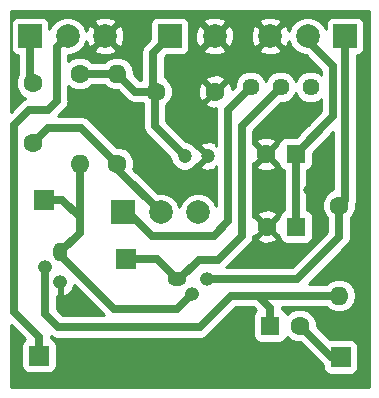
<source format=gbr>
G04 #@! TF.GenerationSoftware,KiCad,Pcbnew,5.0.2+dfsg1-1~bpo9+1*
G04 #@! TF.CreationDate,2020-10-14T23:05:51+08:00*
G04 #@! TF.ProjectId,BC108 NPN Fuzz Face,42433130-3820-44e5-904e-2046757a7a20,rev?*
G04 #@! TF.SameCoordinates,Original*
G04 #@! TF.FileFunction,Copper,L1,Top*
G04 #@! TF.FilePolarity,Positive*
%FSLAX46Y46*%
G04 Gerber Fmt 4.6, Leading zero omitted, Abs format (unit mm)*
G04 Created by KiCad (PCBNEW 5.0.2+dfsg1-1~bpo9+1) date Wednesday, 14 October, 2020 11:05:51 PM PST*
%MOMM*%
%LPD*%
G01*
G04 APERTURE LIST*
G04 #@! TA.AperFunction,ComponentPad*
%ADD10C,1.998980*%
G04 #@! TD*
G04 #@! TA.AperFunction,ComponentPad*
%ADD11R,1.998980X1.998980*%
G04 #@! TD*
G04 #@! TA.AperFunction,ComponentPad*
%ADD12R,1.600000X1.600000*%
G04 #@! TD*
G04 #@! TA.AperFunction,ComponentPad*
%ADD13C,1.600000*%
G04 #@! TD*
G04 #@! TA.AperFunction,ComponentPad*
%ADD14C,1.200000*%
G04 #@! TD*
G04 #@! TA.AperFunction,ComponentPad*
%ADD15O,1.200000X1.600000*%
G04 #@! TD*
G04 #@! TA.AperFunction,ComponentPad*
%ADD16O,1.200000X1.200000*%
G04 #@! TD*
G04 #@! TA.AperFunction,ComponentPad*
%ADD17O,1.600000X1.200000*%
G04 #@! TD*
G04 #@! TA.AperFunction,ComponentPad*
%ADD18O,1.600000X1.600000*%
G04 #@! TD*
G04 #@! TA.AperFunction,ComponentPad*
%ADD19C,1.440000*%
G04 #@! TD*
G04 #@! TA.AperFunction,ComponentPad*
%ADD20R,1.700000X1.700000*%
G04 #@! TD*
G04 #@! TA.AperFunction,ViaPad*
%ADD21C,0.800000*%
G04 #@! TD*
G04 #@! TA.AperFunction,Conductor*
%ADD22C,0.700000*%
G04 #@! TD*
G04 #@! TA.AperFunction,Conductor*
%ADD23C,0.254000*%
G04 #@! TD*
G04 APERTURE END LIST*
D10*
G04 #@! TO.P,Bias,3*
G04 #@! TO.N,N/C*
X135128000Y-64706500D03*
G04 #@! TO.P,Bias,2*
G04 #@! TO.N,Net-(Bias1-Pad2)*
X131953000Y-64706500D03*
D11*
G04 #@! TO.P,Bias,1*
G04 #@! TO.N,Net-(Bias1-Pad1)*
X128778000Y-64706500D03*
G04 #@! TD*
D12*
G04 #@! TO.P,C1,1*
G04 #@! TO.N,Net-(C1-Pad1)*
X143383000Y-59753500D03*
D13*
G04 #@! TO.P,C1,2*
G04 #@! TO.N,Earth*
X140883000Y-59753500D03*
G04 #@! TD*
G04 #@! TO.P,C2,1*
G04 #@! TO.N,Net-(Bias1-Pad2)*
X121158000Y-58801000D03*
G04 #@! TO.P,C2,2*
G04 #@! TO.N,Net-(C2-Pad2)*
X121158000Y-53801000D03*
G04 #@! TD*
D14*
G04 #@! TO.P,C3,1*
G04 #@! TO.N,+9V*
X133985000Y-59944000D03*
G04 #@! TO.P,C3,2*
G04 #@! TO.N,Earth*
X135985000Y-59944000D03*
G04 #@! TD*
D13*
G04 #@! TO.P,C4,1*
G04 #@! TO.N,+9V*
X131572000Y-54483000D03*
G04 #@! TO.P,C4,2*
G04 #@! TO.N,Earth*
X136572000Y-54483000D03*
G04 #@! TD*
G04 #@! TO.P,C5,2*
G04 #@! TO.N,Net-(C5-Pad2)*
X143724000Y-74295000D03*
D12*
G04 #@! TO.P,C5,1*
G04 #@! TO.N,Net-(C5-Pad1)*
X141224000Y-74295000D03*
G04 #@! TD*
D11*
G04 #@! TO.P,Gain,1*
G04 #@! TO.N,Net-(Gain1-Pad1)*
X147574000Y-49784000D03*
D10*
G04 #@! TO.P,Gain,2*
G04 #@! TO.N,Net-(C1-Pad1)*
X144399000Y-49784000D03*
G04 #@! TO.P,Gain,3*
G04 #@! TO.N,Earth*
X141224000Y-49784000D03*
G04 #@! TD*
D11*
G04 #@! TO.P,+9V,1*
G04 #@! TO.N,+9V*
X132715000Y-49784000D03*
D10*
G04 #@! TO.P,+9V,2*
G04 #@! TO.N,Earth*
X136525000Y-49784000D03*
G04 #@! TD*
D15*
G04 #@! TO.P,Q1,1*
G04 #@! TO.N,Net-(Q1-Pad1)*
X123444000Y-68072000D03*
D16*
G04 #@! TO.P,Q1,2*
G04 #@! TO.N,Net-(C5-Pad1)*
X122174000Y-69342000D03*
G04 #@! TO.P,Q1,3*
G04 #@! TO.N,Earth*
X123444000Y-70612000D03*
G04 #@! TD*
G04 #@! TO.P,Q2,3*
G04 #@! TO.N,Net-(Gain1-Pad1)*
X135890000Y-70358000D03*
G04 #@! TO.P,Q2,2*
G04 #@! TO.N,Net-(Q1-Pad1)*
X134620000Y-71628000D03*
D17*
G04 #@! TO.P,Q2,1*
G04 #@! TO.N,Net-(Q2-Pad1)*
X133350000Y-70358000D03*
G04 #@! TD*
D18*
G04 #@! TO.P,R1,2*
G04 #@! TO.N,Net-(Q1-Pad1)*
X125095000Y-60579000D03*
D13*
G04 #@! TO.P,R1,1*
G04 #@! TO.N,+9V*
X125095000Y-52959000D03*
G04 #@! TD*
G04 #@! TO.P,R2,1*
G04 #@! TO.N,Net-(Gain1-Pad1)*
X147066000Y-64135000D03*
D18*
G04 #@! TO.P,R2,2*
G04 #@! TO.N,Net-(C5-Pad1)*
X147066000Y-71755000D03*
G04 #@! TD*
D13*
G04 #@! TO.P,R3,1*
G04 #@! TO.N,Net-(Bias1-Pad2)*
X128270000Y-60579000D03*
D18*
G04 #@! TO.P,R3,2*
G04 #@! TO.N,+9V*
X128270000Y-52959000D03*
G04 #@! TD*
D19*
G04 #@! TO.P,R4,1*
G04 #@! TO.N,Net-(Bias1-Pad1)*
X139573000Y-54102000D03*
G04 #@! TO.P,R4,2*
G04 #@! TO.N,Net-(Q2-Pad1)*
X142113000Y-54102000D03*
G04 #@! TO.P,R4,3*
G04 #@! TO.N,N/C*
X144653000Y-54102000D03*
G04 #@! TD*
D11*
G04 #@! TO.P,Volume,1*
G04 #@! TO.N,Net-(C2-Pad2)*
X120904000Y-49784000D03*
D10*
G04 #@! TO.P,Volume,2*
G04 #@! TO.N,Net-(Volume1-Pad2)*
X124079000Y-49784000D03*
G04 #@! TO.P,Volume,3*
G04 #@! TO.N,Earth*
X127254000Y-49784000D03*
G04 #@! TD*
D20*
G04 #@! TO.P,In,1*
G04 #@! TO.N,Net-(C5-Pad2)*
X147193000Y-76962000D03*
G04 #@! TD*
G04 #@! TO.P,Out,1*
G04 #@! TO.N,Net-(Volume1-Pad2)*
X121666000Y-76835000D03*
G04 #@! TD*
G04 #@! TO.P,W3,1*
G04 #@! TO.N,Net-(Q2-Pad1)*
X129032000Y-68643500D03*
G04 #@! TD*
G04 #@! TO.P,W4,1*
G04 #@! TO.N,Net-(Q1-Pad1)*
X122047000Y-63627000D03*
G04 #@! TD*
D12*
G04 #@! TO.P,C6,1*
G04 #@! TO.N,Net-(C1-Pad1)*
X143446500Y-65913000D03*
D13*
G04 #@! TO.P,C6,2*
G04 #@! TO.N,Earth*
X140946500Y-65913000D03*
G04 #@! TD*
D21*
G04 #@! TO.N,Earth*
X144335500Y-78740000D03*
X143192500Y-78740000D03*
X141986000Y-78740000D03*
X137922000Y-74295000D03*
X138684000Y-73406000D03*
X138811000Y-48641000D03*
X138811000Y-49784000D03*
X138811000Y-50927000D03*
X129286000Y-48768000D03*
X129286000Y-49911000D03*
X129286000Y-51054000D03*
X135382000Y-56642000D03*
X134239000Y-56642000D03*
X149098000Y-56134000D03*
X149098000Y-57404000D03*
X149098000Y-58674000D03*
X149098000Y-59944000D03*
X149098000Y-54864000D03*
X147574000Y-74422000D03*
X125984000Y-72961500D03*
X124968000Y-72961500D03*
X131508500Y-59817000D03*
X124968000Y-78930500D03*
X126238000Y-78930500D03*
X127444500Y-78930500D03*
X128651000Y-78930500D03*
X140462000Y-62801500D03*
X140779500Y-68897500D03*
X144462500Y-62801500D03*
X144335500Y-57150000D03*
X131508500Y-60896500D03*
G04 #@! TD*
D22*
G04 #@! TO.N,Net-(Bias1-Pad2)*
X128270000Y-61023500D02*
X131953000Y-64706500D01*
X128270000Y-60579000D02*
X128270000Y-61023500D01*
X125222000Y-57531000D02*
X128270000Y-60579000D01*
X122428000Y-57531000D02*
X125222000Y-57531000D01*
X121158000Y-58801000D02*
X122428000Y-57531000D01*
G04 #@! TO.N,Net-(C1-Pad1)*
X146558000Y-56578500D02*
X143383000Y-59753500D01*
X146558000Y-52324000D02*
X146558000Y-56578500D01*
X144399000Y-50165000D02*
X146558000Y-52324000D01*
X144399000Y-49784000D02*
X144399000Y-50165000D01*
X143383000Y-65849500D02*
X143446500Y-65913000D01*
X143383000Y-59753500D02*
X143383000Y-65849500D01*
G04 #@! TO.N,Net-(C2-Pad2)*
X120904000Y-53547000D02*
X121158000Y-53801000D01*
X120904000Y-49784000D02*
X120904000Y-53547000D01*
G04 #@! TO.N,+9V*
X125095000Y-52959000D02*
X128270000Y-52959000D01*
X129794000Y-54483000D02*
X128270000Y-52959000D01*
X131826000Y-54483000D02*
X129794000Y-54483000D01*
X131445000Y-57404000D02*
X133985000Y-59944000D01*
X131445000Y-54864000D02*
X131445000Y-57404000D01*
X131826000Y-54483000D02*
X131445000Y-54864000D01*
X131318000Y-51181000D02*
X132715000Y-49784000D01*
X131318000Y-53975000D02*
X131318000Y-51181000D01*
X131826000Y-54483000D02*
X131318000Y-53975000D01*
G04 #@! TO.N,Net-(C5-Pad2)*
X147193000Y-76922000D02*
X147193000Y-76962000D01*
X146391000Y-76962000D02*
X143724000Y-74295000D01*
X147193000Y-76962000D02*
X146391000Y-76962000D01*
G04 #@! TO.N,Net-(C5-Pad1)*
X122174000Y-73342500D02*
X123253500Y-74422000D01*
X122174000Y-69342000D02*
X122174000Y-73342500D01*
X145934630Y-71755000D02*
X147066000Y-71755000D01*
X135255000Y-74422000D02*
X137922000Y-71755000D01*
X123253500Y-74422000D02*
X135255000Y-74422000D01*
X140184000Y-71755000D02*
X139636500Y-71755000D01*
X141224000Y-72795000D02*
X140184000Y-71755000D01*
X141224000Y-74295000D02*
X141224000Y-72795000D01*
X137922000Y-71755000D02*
X139636500Y-71755000D01*
X139636500Y-71755000D02*
X145934630Y-71755000D01*
G04 #@! TO.N,Net-(Gain1-Pad1)*
X147574000Y-63627000D02*
X147066000Y-64135000D01*
X147574000Y-49784000D02*
X147574000Y-63627000D01*
X147066000Y-66802000D02*
X147066000Y-64135000D01*
X143510000Y-70358000D02*
X147066000Y-66802000D01*
X135890000Y-70358000D02*
X143510000Y-70358000D01*
G04 #@! TO.N,Net-(Q1-Pad1)*
X125095000Y-66421000D02*
X123444000Y-68072000D01*
X125095000Y-60579000D02*
X125095000Y-66421000D01*
X125095000Y-65125000D02*
X125095000Y-66421000D01*
X123597000Y-63627000D02*
X125095000Y-65125000D01*
X122047000Y-63627000D02*
X123597000Y-63627000D01*
X128016000Y-72898000D02*
X133350000Y-72898000D01*
X133350000Y-72898000D02*
X134620000Y-71628000D01*
X123444000Y-68326000D02*
X128016000Y-72898000D01*
X123444000Y-68072000D02*
X123444000Y-68326000D01*
G04 #@! TO.N,Net-(Q2-Pad1)*
X131635500Y-68643500D02*
X133350000Y-70358000D01*
X129032000Y-68643500D02*
X131635500Y-68643500D01*
X138811000Y-57404000D02*
X142113000Y-54102000D01*
X133350000Y-70358000D02*
X133550000Y-70358000D01*
X133550000Y-70358000D02*
X135201000Y-68707000D01*
X136779000Y-68707000D02*
X138811000Y-66675000D01*
X138811000Y-66675000D02*
X138811000Y-57404000D01*
X135201000Y-68707000D02*
X136779000Y-68707000D01*
G04 #@! TO.N,Net-(Volume1-Pad2)*
X119507000Y-57340500D02*
X119507000Y-73126000D01*
X120840500Y-56007000D02*
X119507000Y-57340500D01*
X122428000Y-56007000D02*
X120840500Y-56007000D01*
X119507000Y-73126000D02*
X121666000Y-75285000D01*
X124079000Y-49784000D02*
X123165564Y-50697436D01*
X123165564Y-50697436D02*
X123165564Y-55269436D01*
X121666000Y-75285000D02*
X121666000Y-76835000D01*
X123165564Y-55269436D02*
X122428000Y-56007000D01*
G04 #@! TO.N,Net-(Bias1-Pad1)*
X137668000Y-56007000D02*
X139573000Y-54102000D01*
X137668000Y-65468500D02*
X137668000Y-56007000D01*
X128778000Y-64706500D02*
X129222500Y-64706500D01*
X129222500Y-64706500D02*
X131191000Y-66675000D01*
X131191000Y-66675000D02*
X136461500Y-66675000D01*
X136461500Y-66675000D02*
X137668000Y-65468500D01*
G04 #@! TD*
D23*
G04 #@! TO.N,Earth*
G36*
X149606000Y-79502000D02*
X119253000Y-79502000D01*
X119253000Y-74265000D01*
X120452305Y-75464305D01*
X120358191Y-75527191D01*
X120217843Y-75737235D01*
X120168560Y-75985000D01*
X120168560Y-77685000D01*
X120217843Y-77932765D01*
X120358191Y-78142809D01*
X120568235Y-78283157D01*
X120816000Y-78332440D01*
X122516000Y-78332440D01*
X122763765Y-78283157D01*
X122973809Y-78142809D01*
X123114157Y-77932765D01*
X123163440Y-77685000D01*
X123163440Y-75985000D01*
X123114157Y-75737235D01*
X122973809Y-75527191D01*
X122763765Y-75386843D01*
X122654367Y-75365083D01*
X122670296Y-75284999D01*
X122654689Y-75206537D01*
X122869172Y-75349849D01*
X123253500Y-75426297D01*
X123350512Y-75407000D01*
X135157992Y-75407000D01*
X135255000Y-75426296D01*
X135352008Y-75407000D01*
X135352012Y-75407000D01*
X135639328Y-75349849D01*
X135965145Y-75132145D01*
X136020098Y-75049902D01*
X138330001Y-72740000D01*
X139776000Y-72740000D01*
X140030333Y-72994333D01*
X139966191Y-73037191D01*
X139825843Y-73247235D01*
X139776560Y-73495000D01*
X139776560Y-75095000D01*
X139825843Y-75342765D01*
X139966191Y-75552809D01*
X140176235Y-75693157D01*
X140424000Y-75742440D01*
X142024000Y-75742440D01*
X142271765Y-75693157D01*
X142481809Y-75552809D01*
X142622157Y-75342765D01*
X142642101Y-75242497D01*
X142911138Y-75511534D01*
X143438561Y-75730000D01*
X143766000Y-75730000D01*
X145625904Y-77589905D01*
X145680855Y-77672145D01*
X145695560Y-77681971D01*
X145695560Y-77812000D01*
X145744843Y-78059765D01*
X145885191Y-78269809D01*
X146095235Y-78410157D01*
X146343000Y-78459440D01*
X148043000Y-78459440D01*
X148290765Y-78410157D01*
X148500809Y-78269809D01*
X148641157Y-78059765D01*
X148690440Y-77812000D01*
X148690440Y-76112000D01*
X148641157Y-75864235D01*
X148500809Y-75654191D01*
X148290765Y-75513843D01*
X148043000Y-75464560D01*
X146343000Y-75464560D01*
X146295924Y-75473924D01*
X145159000Y-74337000D01*
X145159000Y-74009561D01*
X144940534Y-73482138D01*
X144536862Y-73078466D01*
X144009439Y-72860000D01*
X143438561Y-72860000D01*
X142911138Y-73078466D01*
X142642101Y-73347503D01*
X142622157Y-73247235D01*
X142481809Y-73037191D01*
X142271765Y-72896843D01*
X142210464Y-72884650D01*
X142228296Y-72794999D01*
X142217356Y-72740000D01*
X145998297Y-72740000D01*
X146031423Y-72789577D01*
X146506091Y-73106740D01*
X146924667Y-73190000D01*
X147207333Y-73190000D01*
X147625909Y-73106740D01*
X148100577Y-72789577D01*
X148417740Y-72314909D01*
X148529113Y-71755000D01*
X148417740Y-71195091D01*
X148100577Y-70720423D01*
X147625909Y-70403260D01*
X147207333Y-70320000D01*
X146924667Y-70320000D01*
X146506091Y-70403260D01*
X146031423Y-70720423D01*
X145998297Y-70770000D01*
X144491000Y-70770000D01*
X147693902Y-67567098D01*
X147776145Y-67512145D01*
X147993849Y-67186328D01*
X148051000Y-66899012D01*
X148051000Y-66899008D01*
X148070296Y-66802001D01*
X148051000Y-66704994D01*
X148051000Y-65179396D01*
X148282534Y-64947862D01*
X148501000Y-64420439D01*
X148501000Y-64012599D01*
X148501849Y-64011328D01*
X148559000Y-63724012D01*
X148559000Y-63724008D01*
X148578296Y-63627001D01*
X148559000Y-63529994D01*
X148559000Y-51430930D01*
X148573490Y-51430930D01*
X148821255Y-51381647D01*
X149031299Y-51241299D01*
X149171647Y-51031255D01*
X149220930Y-50783490D01*
X149220930Y-48784510D01*
X149171647Y-48536745D01*
X149031299Y-48326701D01*
X148821255Y-48186353D01*
X148573490Y-48137070D01*
X146574510Y-48137070D01*
X146326745Y-48186353D01*
X146116701Y-48326701D01*
X145976353Y-48536745D01*
X145927070Y-48784510D01*
X145927070Y-49201959D01*
X145784654Y-48858136D01*
X145324864Y-48398346D01*
X144724120Y-48149510D01*
X144073880Y-48149510D01*
X143473136Y-48398346D01*
X143013346Y-48858136D01*
X142817405Y-49331180D01*
X142642965Y-48910042D01*
X142376163Y-48811443D01*
X141403605Y-49784000D01*
X142376163Y-50756557D01*
X142642965Y-50657958D01*
X142807919Y-50213920D01*
X143013346Y-50709864D01*
X143473136Y-51169654D01*
X144073880Y-51418490D01*
X144259490Y-51418490D01*
X145573000Y-52732000D01*
X145573000Y-53105740D01*
X145420546Y-52953286D01*
X144922526Y-52747000D01*
X144383474Y-52747000D01*
X143885454Y-52953286D01*
X143504286Y-53334454D01*
X143383000Y-53627265D01*
X143261714Y-53334454D01*
X142880546Y-52953286D01*
X142382526Y-52747000D01*
X141843474Y-52747000D01*
X141345454Y-52953286D01*
X140964286Y-53334454D01*
X140843000Y-53627265D01*
X140721714Y-53334454D01*
X140340546Y-52953286D01*
X139842526Y-52747000D01*
X139303474Y-52747000D01*
X138805454Y-52953286D01*
X138424286Y-53334454D01*
X138218000Y-53832474D01*
X138218000Y-54063999D01*
X137999090Y-54282910D01*
X137991778Y-54129546D01*
X137825864Y-53728995D01*
X137579745Y-53654861D01*
X136751605Y-54483000D01*
X136765748Y-54497142D01*
X136586142Y-54676748D01*
X136572000Y-54662605D01*
X135743861Y-55490745D01*
X135817995Y-55736864D01*
X136355223Y-55929965D01*
X136682127Y-55914379D01*
X136663704Y-56007000D01*
X136683001Y-56104013D01*
X136683001Y-59066391D01*
X136668129Y-59081263D01*
X136618617Y-58855836D01*
X136153964Y-58696193D01*
X135663587Y-58726518D01*
X135351383Y-58855836D01*
X135301870Y-59081265D01*
X135985000Y-59764395D01*
X135999143Y-59750253D01*
X136178748Y-59929858D01*
X136164605Y-59944000D01*
X136178748Y-59958143D01*
X135999143Y-60137748D01*
X135985000Y-60123605D01*
X135301870Y-60806735D01*
X135351383Y-61032164D01*
X135816036Y-61191807D01*
X136306413Y-61161482D01*
X136618617Y-61032164D01*
X136668129Y-60806737D01*
X136683001Y-60821609D01*
X136683000Y-64189474D01*
X136513654Y-63780636D01*
X136053864Y-63320846D01*
X135453120Y-63072010D01*
X134802880Y-63072010D01*
X134202136Y-63320846D01*
X133742346Y-63780636D01*
X133540500Y-64267936D01*
X133338654Y-63780636D01*
X132878864Y-63320846D01*
X132278120Y-63072010D01*
X131711511Y-63072010D01*
X129646111Y-61006610D01*
X129705000Y-60864439D01*
X129705000Y-60293561D01*
X129486534Y-59766138D01*
X129082862Y-59362466D01*
X128555439Y-59144000D01*
X128228001Y-59144000D01*
X125987098Y-56903098D01*
X125932145Y-56820855D01*
X125606328Y-56603151D01*
X125319012Y-56546000D01*
X125319008Y-56546000D01*
X125222000Y-56526704D01*
X125124992Y-56546000D01*
X123282000Y-56546000D01*
X123793468Y-56034532D01*
X123875709Y-55979581D01*
X123930660Y-55897341D01*
X123930662Y-55897339D01*
X124093413Y-55653764D01*
X124099598Y-55622672D01*
X124150564Y-55366448D01*
X124150564Y-55366445D01*
X124169860Y-55269437D01*
X124150564Y-55172429D01*
X124150564Y-54043960D01*
X124282138Y-54175534D01*
X124809561Y-54394000D01*
X125380439Y-54394000D01*
X125907862Y-54175534D01*
X126139396Y-53944000D01*
X127202297Y-53944000D01*
X127235423Y-53993577D01*
X127710091Y-54310740D01*
X128128667Y-54394000D01*
X128312000Y-54394000D01*
X129028902Y-55110902D01*
X129083855Y-55193145D01*
X129409672Y-55410849D01*
X129696988Y-55468000D01*
X129696992Y-55468000D01*
X129793999Y-55487296D01*
X129891006Y-55468000D01*
X130460000Y-55468000D01*
X130460001Y-57306987D01*
X130440704Y-57404000D01*
X130517151Y-57788327D01*
X130679902Y-58031902D01*
X130679905Y-58031905D01*
X130734856Y-58114145D01*
X130817096Y-58169096D01*
X132750000Y-60102000D01*
X132750000Y-60189657D01*
X132938018Y-60643571D01*
X133285429Y-60990982D01*
X133739343Y-61179000D01*
X134230657Y-61179000D01*
X134684571Y-60990982D01*
X135031982Y-60643571D01*
X135045753Y-60610325D01*
X135122265Y-60627130D01*
X135805395Y-59944000D01*
X135122265Y-59260870D01*
X135045753Y-59277675D01*
X135031982Y-59244429D01*
X134684571Y-58897018D01*
X134230657Y-58709000D01*
X134143000Y-58709000D01*
X132430000Y-56996000D01*
X132430000Y-55654396D01*
X132788534Y-55295862D01*
X133007000Y-54768439D01*
X133007000Y-54266223D01*
X135125035Y-54266223D01*
X135152222Y-54836454D01*
X135318136Y-55237005D01*
X135564255Y-55311139D01*
X136392395Y-54483000D01*
X135564255Y-53654861D01*
X135318136Y-53728995D01*
X135125035Y-54266223D01*
X133007000Y-54266223D01*
X133007000Y-54197561D01*
X132788534Y-53670138D01*
X132593651Y-53475255D01*
X135743861Y-53475255D01*
X136572000Y-54303395D01*
X137400139Y-53475255D01*
X137326005Y-53229136D01*
X136788777Y-53036035D01*
X136218546Y-53063222D01*
X135817995Y-53229136D01*
X135743861Y-53475255D01*
X132593651Y-53475255D01*
X132384862Y-53266466D01*
X132303000Y-53232558D01*
X132303000Y-51589000D01*
X132461070Y-51430930D01*
X133714490Y-51430930D01*
X133962255Y-51381647D01*
X134172299Y-51241299D01*
X134312647Y-51031255D01*
X134331561Y-50936163D01*
X135552443Y-50936163D01*
X135651042Y-51202965D01*
X136260582Y-51429401D01*
X136910377Y-51405341D01*
X137398958Y-51202965D01*
X137497557Y-50936163D01*
X140251443Y-50936163D01*
X140350042Y-51202965D01*
X140959582Y-51429401D01*
X141609377Y-51405341D01*
X142097958Y-51202965D01*
X142196557Y-50936163D01*
X141224000Y-49963605D01*
X140251443Y-50936163D01*
X137497557Y-50936163D01*
X136525000Y-49963605D01*
X135552443Y-50936163D01*
X134331561Y-50936163D01*
X134361930Y-50783490D01*
X134361930Y-49519582D01*
X134879599Y-49519582D01*
X134903659Y-50169377D01*
X135106035Y-50657958D01*
X135372837Y-50756557D01*
X136345395Y-49784000D01*
X136704605Y-49784000D01*
X137677163Y-50756557D01*
X137943965Y-50657958D01*
X138170401Y-50048418D01*
X138150820Y-49519582D01*
X139578599Y-49519582D01*
X139602659Y-50169377D01*
X139805035Y-50657958D01*
X140071837Y-50756557D01*
X141044395Y-49784000D01*
X140071837Y-48811443D01*
X139805035Y-48910042D01*
X139578599Y-49519582D01*
X138150820Y-49519582D01*
X138146341Y-49398623D01*
X137943965Y-48910042D01*
X137677163Y-48811443D01*
X136704605Y-49784000D01*
X136345395Y-49784000D01*
X135372837Y-48811443D01*
X135106035Y-48910042D01*
X134879599Y-49519582D01*
X134361930Y-49519582D01*
X134361930Y-48784510D01*
X134331562Y-48631837D01*
X135552443Y-48631837D01*
X136525000Y-49604395D01*
X137497557Y-48631837D01*
X140251443Y-48631837D01*
X141224000Y-49604395D01*
X142196557Y-48631837D01*
X142097958Y-48365035D01*
X141488418Y-48138599D01*
X140838623Y-48162659D01*
X140350042Y-48365035D01*
X140251443Y-48631837D01*
X137497557Y-48631837D01*
X137398958Y-48365035D01*
X136789418Y-48138599D01*
X136139623Y-48162659D01*
X135651042Y-48365035D01*
X135552443Y-48631837D01*
X134331562Y-48631837D01*
X134312647Y-48536745D01*
X134172299Y-48326701D01*
X133962255Y-48186353D01*
X133714490Y-48137070D01*
X131715510Y-48137070D01*
X131467745Y-48186353D01*
X131257701Y-48326701D01*
X131117353Y-48536745D01*
X131068070Y-48784510D01*
X131068070Y-50037930D01*
X130690096Y-50415904D01*
X130607856Y-50470855D01*
X130552905Y-50553095D01*
X130552902Y-50553098D01*
X130390151Y-50796673D01*
X130313704Y-51181000D01*
X130333001Y-51278013D01*
X130333000Y-53498000D01*
X130202000Y-53498000D01*
X129721480Y-53017480D01*
X129733113Y-52959000D01*
X129621740Y-52399091D01*
X129304577Y-51924423D01*
X128829909Y-51607260D01*
X128411333Y-51524000D01*
X128128667Y-51524000D01*
X127710091Y-51607260D01*
X127235423Y-51924423D01*
X127202297Y-51974000D01*
X126139396Y-51974000D01*
X125907862Y-51742466D01*
X125380439Y-51524000D01*
X124809561Y-51524000D01*
X124282138Y-51742466D01*
X124150564Y-51874040D01*
X124150564Y-51418490D01*
X124404120Y-51418490D01*
X125004864Y-51169654D01*
X125238355Y-50936163D01*
X126281443Y-50936163D01*
X126380042Y-51202965D01*
X126989582Y-51429401D01*
X127639377Y-51405341D01*
X128127958Y-51202965D01*
X128226557Y-50936163D01*
X127254000Y-49963605D01*
X126281443Y-50936163D01*
X125238355Y-50936163D01*
X125464654Y-50709864D01*
X125660595Y-50236820D01*
X125835035Y-50657958D01*
X126101837Y-50756557D01*
X127074395Y-49784000D01*
X127433605Y-49784000D01*
X128406163Y-50756557D01*
X128672965Y-50657958D01*
X128899401Y-50048418D01*
X128875341Y-49398623D01*
X128672965Y-48910042D01*
X128406163Y-48811443D01*
X127433605Y-49784000D01*
X127074395Y-49784000D01*
X126101837Y-48811443D01*
X125835035Y-48910042D01*
X125670081Y-49354080D01*
X125464654Y-48858136D01*
X125238355Y-48631837D01*
X126281443Y-48631837D01*
X127254000Y-49604395D01*
X128226557Y-48631837D01*
X128127958Y-48365035D01*
X127518418Y-48138599D01*
X126868623Y-48162659D01*
X126380042Y-48365035D01*
X126281443Y-48631837D01*
X125238355Y-48631837D01*
X125004864Y-48398346D01*
X124404120Y-48149510D01*
X123753880Y-48149510D01*
X123153136Y-48398346D01*
X122693346Y-48858136D01*
X122550930Y-49201959D01*
X122550930Y-48784510D01*
X122501647Y-48536745D01*
X122361299Y-48326701D01*
X122151255Y-48186353D01*
X121903490Y-48137070D01*
X119904510Y-48137070D01*
X119656745Y-48186353D01*
X119446701Y-48326701D01*
X119306353Y-48536745D01*
X119257070Y-48784510D01*
X119257070Y-50783490D01*
X119306353Y-51031255D01*
X119446701Y-51241299D01*
X119656745Y-51381647D01*
X119904510Y-51430930D01*
X119919000Y-51430930D01*
X119919001Y-53042374D01*
X119723000Y-53515561D01*
X119723000Y-54086439D01*
X119941466Y-54613862D01*
X120345138Y-55017534D01*
X120481656Y-55074082D01*
X120456172Y-55079151D01*
X120212597Y-55241902D01*
X120212595Y-55241904D01*
X120130355Y-55296855D01*
X120075404Y-55379095D01*
X119253000Y-56201500D01*
X119253000Y-47781980D01*
X119331490Y-47625000D01*
X149606000Y-47625000D01*
X149606000Y-79502000D01*
X149606000Y-79502000D01*
G37*
X149606000Y-79502000D02*
X119253000Y-79502000D01*
X119253000Y-74265000D01*
X120452305Y-75464305D01*
X120358191Y-75527191D01*
X120217843Y-75737235D01*
X120168560Y-75985000D01*
X120168560Y-77685000D01*
X120217843Y-77932765D01*
X120358191Y-78142809D01*
X120568235Y-78283157D01*
X120816000Y-78332440D01*
X122516000Y-78332440D01*
X122763765Y-78283157D01*
X122973809Y-78142809D01*
X123114157Y-77932765D01*
X123163440Y-77685000D01*
X123163440Y-75985000D01*
X123114157Y-75737235D01*
X122973809Y-75527191D01*
X122763765Y-75386843D01*
X122654367Y-75365083D01*
X122670296Y-75284999D01*
X122654689Y-75206537D01*
X122869172Y-75349849D01*
X123253500Y-75426297D01*
X123350512Y-75407000D01*
X135157992Y-75407000D01*
X135255000Y-75426296D01*
X135352008Y-75407000D01*
X135352012Y-75407000D01*
X135639328Y-75349849D01*
X135965145Y-75132145D01*
X136020098Y-75049902D01*
X138330001Y-72740000D01*
X139776000Y-72740000D01*
X140030333Y-72994333D01*
X139966191Y-73037191D01*
X139825843Y-73247235D01*
X139776560Y-73495000D01*
X139776560Y-75095000D01*
X139825843Y-75342765D01*
X139966191Y-75552809D01*
X140176235Y-75693157D01*
X140424000Y-75742440D01*
X142024000Y-75742440D01*
X142271765Y-75693157D01*
X142481809Y-75552809D01*
X142622157Y-75342765D01*
X142642101Y-75242497D01*
X142911138Y-75511534D01*
X143438561Y-75730000D01*
X143766000Y-75730000D01*
X145625904Y-77589905D01*
X145680855Y-77672145D01*
X145695560Y-77681971D01*
X145695560Y-77812000D01*
X145744843Y-78059765D01*
X145885191Y-78269809D01*
X146095235Y-78410157D01*
X146343000Y-78459440D01*
X148043000Y-78459440D01*
X148290765Y-78410157D01*
X148500809Y-78269809D01*
X148641157Y-78059765D01*
X148690440Y-77812000D01*
X148690440Y-76112000D01*
X148641157Y-75864235D01*
X148500809Y-75654191D01*
X148290765Y-75513843D01*
X148043000Y-75464560D01*
X146343000Y-75464560D01*
X146295924Y-75473924D01*
X145159000Y-74337000D01*
X145159000Y-74009561D01*
X144940534Y-73482138D01*
X144536862Y-73078466D01*
X144009439Y-72860000D01*
X143438561Y-72860000D01*
X142911138Y-73078466D01*
X142642101Y-73347503D01*
X142622157Y-73247235D01*
X142481809Y-73037191D01*
X142271765Y-72896843D01*
X142210464Y-72884650D01*
X142228296Y-72794999D01*
X142217356Y-72740000D01*
X145998297Y-72740000D01*
X146031423Y-72789577D01*
X146506091Y-73106740D01*
X146924667Y-73190000D01*
X147207333Y-73190000D01*
X147625909Y-73106740D01*
X148100577Y-72789577D01*
X148417740Y-72314909D01*
X148529113Y-71755000D01*
X148417740Y-71195091D01*
X148100577Y-70720423D01*
X147625909Y-70403260D01*
X147207333Y-70320000D01*
X146924667Y-70320000D01*
X146506091Y-70403260D01*
X146031423Y-70720423D01*
X145998297Y-70770000D01*
X144491000Y-70770000D01*
X147693902Y-67567098D01*
X147776145Y-67512145D01*
X147993849Y-67186328D01*
X148051000Y-66899012D01*
X148051000Y-66899008D01*
X148070296Y-66802001D01*
X148051000Y-66704994D01*
X148051000Y-65179396D01*
X148282534Y-64947862D01*
X148501000Y-64420439D01*
X148501000Y-64012599D01*
X148501849Y-64011328D01*
X148559000Y-63724012D01*
X148559000Y-63724008D01*
X148578296Y-63627001D01*
X148559000Y-63529994D01*
X148559000Y-51430930D01*
X148573490Y-51430930D01*
X148821255Y-51381647D01*
X149031299Y-51241299D01*
X149171647Y-51031255D01*
X149220930Y-50783490D01*
X149220930Y-48784510D01*
X149171647Y-48536745D01*
X149031299Y-48326701D01*
X148821255Y-48186353D01*
X148573490Y-48137070D01*
X146574510Y-48137070D01*
X146326745Y-48186353D01*
X146116701Y-48326701D01*
X145976353Y-48536745D01*
X145927070Y-48784510D01*
X145927070Y-49201959D01*
X145784654Y-48858136D01*
X145324864Y-48398346D01*
X144724120Y-48149510D01*
X144073880Y-48149510D01*
X143473136Y-48398346D01*
X143013346Y-48858136D01*
X142817405Y-49331180D01*
X142642965Y-48910042D01*
X142376163Y-48811443D01*
X141403605Y-49784000D01*
X142376163Y-50756557D01*
X142642965Y-50657958D01*
X142807919Y-50213920D01*
X143013346Y-50709864D01*
X143473136Y-51169654D01*
X144073880Y-51418490D01*
X144259490Y-51418490D01*
X145573000Y-52732000D01*
X145573000Y-53105740D01*
X145420546Y-52953286D01*
X144922526Y-52747000D01*
X144383474Y-52747000D01*
X143885454Y-52953286D01*
X143504286Y-53334454D01*
X143383000Y-53627265D01*
X143261714Y-53334454D01*
X142880546Y-52953286D01*
X142382526Y-52747000D01*
X141843474Y-52747000D01*
X141345454Y-52953286D01*
X140964286Y-53334454D01*
X140843000Y-53627265D01*
X140721714Y-53334454D01*
X140340546Y-52953286D01*
X139842526Y-52747000D01*
X139303474Y-52747000D01*
X138805454Y-52953286D01*
X138424286Y-53334454D01*
X138218000Y-53832474D01*
X138218000Y-54063999D01*
X137999090Y-54282910D01*
X137991778Y-54129546D01*
X137825864Y-53728995D01*
X137579745Y-53654861D01*
X136751605Y-54483000D01*
X136765748Y-54497142D01*
X136586142Y-54676748D01*
X136572000Y-54662605D01*
X135743861Y-55490745D01*
X135817995Y-55736864D01*
X136355223Y-55929965D01*
X136682127Y-55914379D01*
X136663704Y-56007000D01*
X136683001Y-56104013D01*
X136683001Y-59066391D01*
X136668129Y-59081263D01*
X136618617Y-58855836D01*
X136153964Y-58696193D01*
X135663587Y-58726518D01*
X135351383Y-58855836D01*
X135301870Y-59081265D01*
X135985000Y-59764395D01*
X135999143Y-59750253D01*
X136178748Y-59929858D01*
X136164605Y-59944000D01*
X136178748Y-59958143D01*
X135999143Y-60137748D01*
X135985000Y-60123605D01*
X135301870Y-60806735D01*
X135351383Y-61032164D01*
X135816036Y-61191807D01*
X136306413Y-61161482D01*
X136618617Y-61032164D01*
X136668129Y-60806737D01*
X136683001Y-60821609D01*
X136683000Y-64189474D01*
X136513654Y-63780636D01*
X136053864Y-63320846D01*
X135453120Y-63072010D01*
X134802880Y-63072010D01*
X134202136Y-63320846D01*
X133742346Y-63780636D01*
X133540500Y-64267936D01*
X133338654Y-63780636D01*
X132878864Y-63320846D01*
X132278120Y-63072010D01*
X131711511Y-63072010D01*
X129646111Y-61006610D01*
X129705000Y-60864439D01*
X129705000Y-60293561D01*
X129486534Y-59766138D01*
X129082862Y-59362466D01*
X128555439Y-59144000D01*
X128228001Y-59144000D01*
X125987098Y-56903098D01*
X125932145Y-56820855D01*
X125606328Y-56603151D01*
X125319012Y-56546000D01*
X125319008Y-56546000D01*
X125222000Y-56526704D01*
X125124992Y-56546000D01*
X123282000Y-56546000D01*
X123793468Y-56034532D01*
X123875709Y-55979581D01*
X123930660Y-55897341D01*
X123930662Y-55897339D01*
X124093413Y-55653764D01*
X124099598Y-55622672D01*
X124150564Y-55366448D01*
X124150564Y-55366445D01*
X124169860Y-55269437D01*
X124150564Y-55172429D01*
X124150564Y-54043960D01*
X124282138Y-54175534D01*
X124809561Y-54394000D01*
X125380439Y-54394000D01*
X125907862Y-54175534D01*
X126139396Y-53944000D01*
X127202297Y-53944000D01*
X127235423Y-53993577D01*
X127710091Y-54310740D01*
X128128667Y-54394000D01*
X128312000Y-54394000D01*
X129028902Y-55110902D01*
X129083855Y-55193145D01*
X129409672Y-55410849D01*
X129696988Y-55468000D01*
X129696992Y-55468000D01*
X129793999Y-55487296D01*
X129891006Y-55468000D01*
X130460000Y-55468000D01*
X130460001Y-57306987D01*
X130440704Y-57404000D01*
X130517151Y-57788327D01*
X130679902Y-58031902D01*
X130679905Y-58031905D01*
X130734856Y-58114145D01*
X130817096Y-58169096D01*
X132750000Y-60102000D01*
X132750000Y-60189657D01*
X132938018Y-60643571D01*
X133285429Y-60990982D01*
X133739343Y-61179000D01*
X134230657Y-61179000D01*
X134684571Y-60990982D01*
X135031982Y-60643571D01*
X135045753Y-60610325D01*
X135122265Y-60627130D01*
X135805395Y-59944000D01*
X135122265Y-59260870D01*
X135045753Y-59277675D01*
X135031982Y-59244429D01*
X134684571Y-58897018D01*
X134230657Y-58709000D01*
X134143000Y-58709000D01*
X132430000Y-56996000D01*
X132430000Y-55654396D01*
X132788534Y-55295862D01*
X133007000Y-54768439D01*
X133007000Y-54266223D01*
X135125035Y-54266223D01*
X135152222Y-54836454D01*
X135318136Y-55237005D01*
X135564255Y-55311139D01*
X136392395Y-54483000D01*
X135564255Y-53654861D01*
X135318136Y-53728995D01*
X135125035Y-54266223D01*
X133007000Y-54266223D01*
X133007000Y-54197561D01*
X132788534Y-53670138D01*
X132593651Y-53475255D01*
X135743861Y-53475255D01*
X136572000Y-54303395D01*
X137400139Y-53475255D01*
X137326005Y-53229136D01*
X136788777Y-53036035D01*
X136218546Y-53063222D01*
X135817995Y-53229136D01*
X135743861Y-53475255D01*
X132593651Y-53475255D01*
X132384862Y-53266466D01*
X132303000Y-53232558D01*
X132303000Y-51589000D01*
X132461070Y-51430930D01*
X133714490Y-51430930D01*
X133962255Y-51381647D01*
X134172299Y-51241299D01*
X134312647Y-51031255D01*
X134331561Y-50936163D01*
X135552443Y-50936163D01*
X135651042Y-51202965D01*
X136260582Y-51429401D01*
X136910377Y-51405341D01*
X137398958Y-51202965D01*
X137497557Y-50936163D01*
X140251443Y-50936163D01*
X140350042Y-51202965D01*
X140959582Y-51429401D01*
X141609377Y-51405341D01*
X142097958Y-51202965D01*
X142196557Y-50936163D01*
X141224000Y-49963605D01*
X140251443Y-50936163D01*
X137497557Y-50936163D01*
X136525000Y-49963605D01*
X135552443Y-50936163D01*
X134331561Y-50936163D01*
X134361930Y-50783490D01*
X134361930Y-49519582D01*
X134879599Y-49519582D01*
X134903659Y-50169377D01*
X135106035Y-50657958D01*
X135372837Y-50756557D01*
X136345395Y-49784000D01*
X136704605Y-49784000D01*
X137677163Y-50756557D01*
X137943965Y-50657958D01*
X138170401Y-50048418D01*
X138150820Y-49519582D01*
X139578599Y-49519582D01*
X139602659Y-50169377D01*
X139805035Y-50657958D01*
X140071837Y-50756557D01*
X141044395Y-49784000D01*
X140071837Y-48811443D01*
X139805035Y-48910042D01*
X139578599Y-49519582D01*
X138150820Y-49519582D01*
X138146341Y-49398623D01*
X137943965Y-48910042D01*
X137677163Y-48811443D01*
X136704605Y-49784000D01*
X136345395Y-49784000D01*
X135372837Y-48811443D01*
X135106035Y-48910042D01*
X134879599Y-49519582D01*
X134361930Y-49519582D01*
X134361930Y-48784510D01*
X134331562Y-48631837D01*
X135552443Y-48631837D01*
X136525000Y-49604395D01*
X137497557Y-48631837D01*
X140251443Y-48631837D01*
X141224000Y-49604395D01*
X142196557Y-48631837D01*
X142097958Y-48365035D01*
X141488418Y-48138599D01*
X140838623Y-48162659D01*
X140350042Y-48365035D01*
X140251443Y-48631837D01*
X137497557Y-48631837D01*
X137398958Y-48365035D01*
X136789418Y-48138599D01*
X136139623Y-48162659D01*
X135651042Y-48365035D01*
X135552443Y-48631837D01*
X134331562Y-48631837D01*
X134312647Y-48536745D01*
X134172299Y-48326701D01*
X133962255Y-48186353D01*
X133714490Y-48137070D01*
X131715510Y-48137070D01*
X131467745Y-48186353D01*
X131257701Y-48326701D01*
X131117353Y-48536745D01*
X131068070Y-48784510D01*
X131068070Y-50037930D01*
X130690096Y-50415904D01*
X130607856Y-50470855D01*
X130552905Y-50553095D01*
X130552902Y-50553098D01*
X130390151Y-50796673D01*
X130313704Y-51181000D01*
X130333001Y-51278013D01*
X130333000Y-53498000D01*
X130202000Y-53498000D01*
X129721480Y-53017480D01*
X129733113Y-52959000D01*
X129621740Y-52399091D01*
X129304577Y-51924423D01*
X128829909Y-51607260D01*
X128411333Y-51524000D01*
X128128667Y-51524000D01*
X127710091Y-51607260D01*
X127235423Y-51924423D01*
X127202297Y-51974000D01*
X126139396Y-51974000D01*
X125907862Y-51742466D01*
X125380439Y-51524000D01*
X124809561Y-51524000D01*
X124282138Y-51742466D01*
X124150564Y-51874040D01*
X124150564Y-51418490D01*
X124404120Y-51418490D01*
X125004864Y-51169654D01*
X125238355Y-50936163D01*
X126281443Y-50936163D01*
X126380042Y-51202965D01*
X126989582Y-51429401D01*
X127639377Y-51405341D01*
X128127958Y-51202965D01*
X128226557Y-50936163D01*
X127254000Y-49963605D01*
X126281443Y-50936163D01*
X125238355Y-50936163D01*
X125464654Y-50709864D01*
X125660595Y-50236820D01*
X125835035Y-50657958D01*
X126101837Y-50756557D01*
X127074395Y-49784000D01*
X127433605Y-49784000D01*
X128406163Y-50756557D01*
X128672965Y-50657958D01*
X128899401Y-50048418D01*
X128875341Y-49398623D01*
X128672965Y-48910042D01*
X128406163Y-48811443D01*
X127433605Y-49784000D01*
X127074395Y-49784000D01*
X126101837Y-48811443D01*
X125835035Y-48910042D01*
X125670081Y-49354080D01*
X125464654Y-48858136D01*
X125238355Y-48631837D01*
X126281443Y-48631837D01*
X127254000Y-49604395D01*
X128226557Y-48631837D01*
X128127958Y-48365035D01*
X127518418Y-48138599D01*
X126868623Y-48162659D01*
X126380042Y-48365035D01*
X126281443Y-48631837D01*
X125238355Y-48631837D01*
X125004864Y-48398346D01*
X124404120Y-48149510D01*
X123753880Y-48149510D01*
X123153136Y-48398346D01*
X122693346Y-48858136D01*
X122550930Y-49201959D01*
X122550930Y-48784510D01*
X122501647Y-48536745D01*
X122361299Y-48326701D01*
X122151255Y-48186353D01*
X121903490Y-48137070D01*
X119904510Y-48137070D01*
X119656745Y-48186353D01*
X119446701Y-48326701D01*
X119306353Y-48536745D01*
X119257070Y-48784510D01*
X119257070Y-50783490D01*
X119306353Y-51031255D01*
X119446701Y-51241299D01*
X119656745Y-51381647D01*
X119904510Y-51430930D01*
X119919000Y-51430930D01*
X119919001Y-53042374D01*
X119723000Y-53515561D01*
X119723000Y-54086439D01*
X119941466Y-54613862D01*
X120345138Y-55017534D01*
X120481656Y-55074082D01*
X120456172Y-55079151D01*
X120212597Y-55241902D01*
X120212595Y-55241904D01*
X120130355Y-55296855D01*
X120075404Y-55379095D01*
X119253000Y-56201500D01*
X119253000Y-47781980D01*
X119331490Y-47625000D01*
X149606000Y-47625000D01*
X149606000Y-79502000D01*
G36*
X123571000Y-70485000D02*
X123591000Y-70485000D01*
X123591000Y-70739000D01*
X123571000Y-70739000D01*
X123571000Y-71680731D01*
X123761609Y-71805462D01*
X124063327Y-71680497D01*
X124425080Y-71362156D01*
X124637472Y-70929611D01*
X124605744Y-70880744D01*
X127162000Y-73437000D01*
X123661501Y-73437000D01*
X123159000Y-72934500D01*
X123159000Y-71784123D01*
X123317000Y-71680731D01*
X123317000Y-70739000D01*
X123297000Y-70739000D01*
X123297000Y-70485000D01*
X123317000Y-70485000D01*
X123317000Y-70465000D01*
X123571000Y-70465000D01*
X123571000Y-70485000D01*
X123571000Y-70485000D01*
G37*
X123571000Y-70485000D02*
X123591000Y-70485000D01*
X123591000Y-70739000D01*
X123571000Y-70739000D01*
X123571000Y-71680731D01*
X123761609Y-71805462D01*
X124063327Y-71680497D01*
X124425080Y-71362156D01*
X124637472Y-70929611D01*
X124605744Y-70880744D01*
X127162000Y-73437000D01*
X123661501Y-73437000D01*
X123159000Y-72934500D01*
X123159000Y-71784123D01*
X123317000Y-71680731D01*
X123317000Y-70739000D01*
X123297000Y-70739000D01*
X123297000Y-70485000D01*
X123317000Y-70485000D01*
X123317000Y-70465000D01*
X123571000Y-70465000D01*
X123571000Y-70485000D01*
G36*
X143504286Y-54869546D02*
X143885454Y-55250714D01*
X144383474Y-55457000D01*
X144922526Y-55457000D01*
X145420546Y-55250714D01*
X145573001Y-55098259D01*
X145573001Y-56170499D01*
X143437440Y-58306060D01*
X142583000Y-58306060D01*
X142335235Y-58355343D01*
X142125191Y-58495691D01*
X141984843Y-58705735D01*
X141938307Y-58939687D01*
X141890745Y-58925361D01*
X141062605Y-59753500D01*
X141890745Y-60581639D01*
X141938307Y-60567313D01*
X141984843Y-60801265D01*
X142125191Y-61011309D01*
X142335235Y-61151657D01*
X142398000Y-61164142D01*
X142398001Y-64515334D01*
X142188691Y-64655191D01*
X142048343Y-64865235D01*
X142001807Y-65099187D01*
X141954245Y-65084861D01*
X141126105Y-65913000D01*
X141954245Y-66741139D01*
X142001807Y-66726813D01*
X142048343Y-66960765D01*
X142188691Y-67170809D01*
X142398735Y-67311157D01*
X142646500Y-67360440D01*
X144246500Y-67360440D01*
X144494265Y-67311157D01*
X144704309Y-67170809D01*
X144844657Y-66960765D01*
X144893940Y-66713000D01*
X144893940Y-65113000D01*
X144844657Y-64865235D01*
X144704309Y-64655191D01*
X144494265Y-64514843D01*
X144368000Y-64489728D01*
X144368000Y-61164142D01*
X144430765Y-61151657D01*
X144640809Y-61011309D01*
X144781157Y-60801265D01*
X144830440Y-60553500D01*
X144830440Y-59699060D01*
X146589001Y-57940499D01*
X146589001Y-62779347D01*
X146253138Y-62918466D01*
X145849466Y-63322138D01*
X145631000Y-63849561D01*
X145631000Y-64420439D01*
X145849466Y-64947862D01*
X146081001Y-65179397D01*
X146081000Y-66394000D01*
X143102000Y-69373000D01*
X137518642Y-69373000D01*
X137544098Y-69334902D01*
X139438905Y-67440096D01*
X139521145Y-67385145D01*
X139576096Y-67302905D01*
X139576098Y-67302903D01*
X139738849Y-67059328D01*
X139754307Y-66981615D01*
X139766414Y-66920745D01*
X140118361Y-66920745D01*
X140192495Y-67166864D01*
X140729723Y-67359965D01*
X141299954Y-67332778D01*
X141700505Y-67166864D01*
X141774639Y-66920745D01*
X140946500Y-66092605D01*
X140118361Y-66920745D01*
X139766414Y-66920745D01*
X139796000Y-66772012D01*
X139796000Y-66772008D01*
X139809863Y-66702315D01*
X139938755Y-66741139D01*
X140766895Y-65913000D01*
X139938755Y-65084861D01*
X139796000Y-65127861D01*
X139796000Y-64905255D01*
X140118361Y-64905255D01*
X140946500Y-65733395D01*
X141774639Y-64905255D01*
X141700505Y-64659136D01*
X141163277Y-64466035D01*
X140593046Y-64493222D01*
X140192495Y-64659136D01*
X140118361Y-64905255D01*
X139796000Y-64905255D01*
X139796000Y-60761245D01*
X140054861Y-60761245D01*
X140128995Y-61007364D01*
X140666223Y-61200465D01*
X141236454Y-61173278D01*
X141637005Y-61007364D01*
X141711139Y-60761245D01*
X140883000Y-59933105D01*
X140054861Y-60761245D01*
X139796000Y-60761245D01*
X139796000Y-60557766D01*
X139875255Y-60581639D01*
X140703395Y-59753500D01*
X139875255Y-58925361D01*
X139796000Y-58949234D01*
X139796000Y-58745755D01*
X140054861Y-58745755D01*
X140883000Y-59573895D01*
X141711139Y-58745755D01*
X141637005Y-58499636D01*
X141099777Y-58306535D01*
X140529546Y-58333722D01*
X140128995Y-58499636D01*
X140054861Y-58745755D01*
X139796000Y-58745755D01*
X139796000Y-57812000D01*
X142151000Y-55457000D01*
X142382526Y-55457000D01*
X142880546Y-55250714D01*
X143261714Y-54869546D01*
X143383000Y-54576735D01*
X143504286Y-54869546D01*
X143504286Y-54869546D01*
G37*
X143504286Y-54869546D02*
X143885454Y-55250714D01*
X144383474Y-55457000D01*
X144922526Y-55457000D01*
X145420546Y-55250714D01*
X145573001Y-55098259D01*
X145573001Y-56170499D01*
X143437440Y-58306060D01*
X142583000Y-58306060D01*
X142335235Y-58355343D01*
X142125191Y-58495691D01*
X141984843Y-58705735D01*
X141938307Y-58939687D01*
X141890745Y-58925361D01*
X141062605Y-59753500D01*
X141890745Y-60581639D01*
X141938307Y-60567313D01*
X141984843Y-60801265D01*
X142125191Y-61011309D01*
X142335235Y-61151657D01*
X142398000Y-61164142D01*
X142398001Y-64515334D01*
X142188691Y-64655191D01*
X142048343Y-64865235D01*
X142001807Y-65099187D01*
X141954245Y-65084861D01*
X141126105Y-65913000D01*
X141954245Y-66741139D01*
X142001807Y-66726813D01*
X142048343Y-66960765D01*
X142188691Y-67170809D01*
X142398735Y-67311157D01*
X142646500Y-67360440D01*
X144246500Y-67360440D01*
X144494265Y-67311157D01*
X144704309Y-67170809D01*
X144844657Y-66960765D01*
X144893940Y-66713000D01*
X144893940Y-65113000D01*
X144844657Y-64865235D01*
X144704309Y-64655191D01*
X144494265Y-64514843D01*
X144368000Y-64489728D01*
X144368000Y-61164142D01*
X144430765Y-61151657D01*
X144640809Y-61011309D01*
X144781157Y-60801265D01*
X144830440Y-60553500D01*
X144830440Y-59699060D01*
X146589001Y-57940499D01*
X146589001Y-62779347D01*
X146253138Y-62918466D01*
X145849466Y-63322138D01*
X145631000Y-63849561D01*
X145631000Y-64420439D01*
X145849466Y-64947862D01*
X146081001Y-65179397D01*
X146081000Y-66394000D01*
X143102000Y-69373000D01*
X137518642Y-69373000D01*
X137544098Y-69334902D01*
X139438905Y-67440096D01*
X139521145Y-67385145D01*
X139576096Y-67302905D01*
X139576098Y-67302903D01*
X139738849Y-67059328D01*
X139754307Y-66981615D01*
X139766414Y-66920745D01*
X140118361Y-66920745D01*
X140192495Y-67166864D01*
X140729723Y-67359965D01*
X141299954Y-67332778D01*
X141700505Y-67166864D01*
X141774639Y-66920745D01*
X140946500Y-66092605D01*
X140118361Y-66920745D01*
X139766414Y-66920745D01*
X139796000Y-66772012D01*
X139796000Y-66772008D01*
X139809863Y-66702315D01*
X139938755Y-66741139D01*
X140766895Y-65913000D01*
X139938755Y-65084861D01*
X139796000Y-65127861D01*
X139796000Y-64905255D01*
X140118361Y-64905255D01*
X140946500Y-65733395D01*
X141774639Y-64905255D01*
X141700505Y-64659136D01*
X141163277Y-64466035D01*
X140593046Y-64493222D01*
X140192495Y-64659136D01*
X140118361Y-64905255D01*
X139796000Y-64905255D01*
X139796000Y-60761245D01*
X140054861Y-60761245D01*
X140128995Y-61007364D01*
X140666223Y-61200465D01*
X141236454Y-61173278D01*
X141637005Y-61007364D01*
X141711139Y-60761245D01*
X140883000Y-59933105D01*
X140054861Y-60761245D01*
X139796000Y-60761245D01*
X139796000Y-60557766D01*
X139875255Y-60581639D01*
X140703395Y-59753500D01*
X139875255Y-58925361D01*
X139796000Y-58949234D01*
X139796000Y-58745755D01*
X140054861Y-58745755D01*
X140883000Y-59573895D01*
X141711139Y-58745755D01*
X141637005Y-58499636D01*
X141099777Y-58306535D01*
X140529546Y-58333722D01*
X140128995Y-58499636D01*
X140054861Y-58745755D01*
X139796000Y-58745755D01*
X139796000Y-57812000D01*
X142151000Y-55457000D01*
X142382526Y-55457000D01*
X142880546Y-55250714D01*
X143261714Y-54869546D01*
X143383000Y-54576735D01*
X143504286Y-54869546D01*
G04 #@! TD*
M02*

</source>
